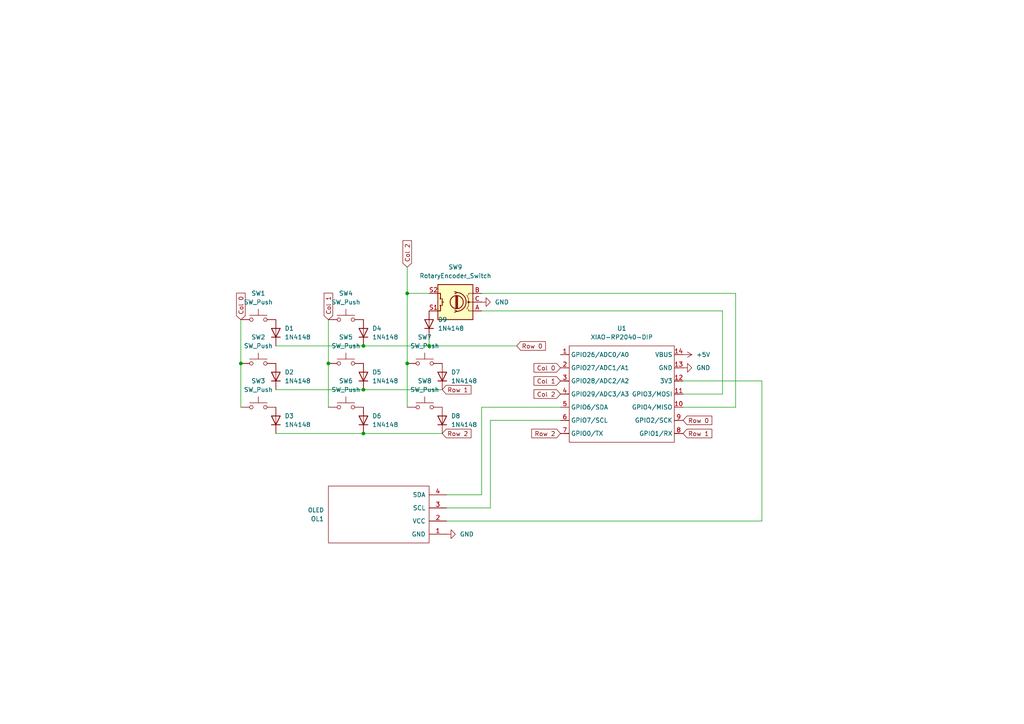
<source format=kicad_sch>
(kicad_sch (version 20250114) (generator "eeschema") (generator_version "9.0")
  (paper "A4")
  (lib_symbols
    (symbol "Device:RotaryEncoder_Switch" (pin_names (offset 0.254) (hide yes))
      (property "Reference" "SW" (at 0 6.604 0))
      (property "Value" "RotaryEncoder_Switch" (at 0 -6.604 0))
      (symbol "RotaryEncoder_Switch_0_1"
        (rectangle (start -5.08 5.08) (end 5.08 -5.08) (stroke (width 0.254)) (fill (type background)))
        (polyline (pts (xy -5.08 2.54) (xy -3.81 2.54) (xy -3.81 2.032)))
        (polyline (pts (xy -5.08 0) (xy -3.81 0) (xy -3.81 -1.016) (xy -3.302 -2.032)))
        (polyline (pts (xy -5.08 -2.54) (xy -3.81 -2.54) (xy -3.81 -2.032)))
        (polyline (pts (xy -4.318 0) (xy -3.81 0) (xy -3.81 1.016) (xy -3.302 2.032)))
        (circle (center -3.81 0) (radius 0.254) (fill (type outline)))
        (polyline (pts (xy -0.635 -1.778) (xy -0.635 1.778)) (stroke (width 0.254)))
        (circle (center -0.381 0) (radius 1.905) (stroke (width 0.254)))
        (polyline (pts (xy -0.381 -1.778) (xy -0.381 1.778)) (stroke (width 0.254)))
        (arc (start -0.381 -2.794) (mid -3.0988 -0.0635) (end -0.381 2.667) (stroke (width 0.254)))
        (polyline (pts (xy -0.127 1.778) (xy -0.127 -1.778)) (stroke (width 0.254)))
        (polyline (pts (xy 0.254 2.921) (xy -0.508 2.667) (xy 0.127 2.286)) (stroke (width 0.254)))
        (polyline (pts (xy 0.254 -3.048) (xy -0.508 -2.794) (xy 0.127 -2.413)) (stroke (width 0.254)))
        (polyline (pts (xy 3.81 1.016) (xy 3.81 -1.016)) (stroke (width 0.254)))
        (polyline (pts (xy 3.81 0) (xy 3.429 0)) (stroke (width 0.254)))
        (circle (center 4.318 1.016) (radius 0.127) (stroke (width 0.254)))
        (circle (center 4.318 -1.016) (radius 0.127) (stroke (width 0.254)))
        (polyline (pts (xy 5.08 2.54) (xy 4.318 2.54) (xy 4.318 1.016)) (stroke (width 0.254)))
        (polyline (pts (xy 5.08 -2.54) (xy 4.318 -2.54) (xy 4.318 -1.016)) (stroke (width 0.254)))
      )
      (symbol "RotaryEncoder_Switch_1_1"
        (pin passive line (at -7.62 2.54 0) (length 2.54) (name "A") (number "A"))
        (pin passive line (at -7.62 0 0) (length 2.54) (name "C") (number "C"))
        (pin passive line (at -7.62 -2.54 0) (length 2.54) (name "B") (number "B"))
        (pin passive line (at 7.62 2.54 180) (length 2.54) (name "S1") (number "S1"))
        (pin passive line (at 7.62 -2.54 180) (length 2.54) (name "S2") (number "S2"))
      )
    )
    (symbol "Diode:1N4148" (pin_numbers (hide yes)) (pin_names (hide yes))
      (property "Reference" "D" (at 0 2.54 0))
      (property "Value" "1N4148" (at 0 -2.54 0))
      (symbol "1N4148_0_1"
        (polyline (pts (xy -1.27 1.27) (xy -1.27 -1.27)) (stroke (width 0.254)))
        (polyline (pts (xy 1.27 1.27) (xy 1.27 -1.27) (xy -1.27 0) (xy 1.27 1.27)) (stroke (width 0.254)))
        (polyline (pts (xy 1.27 0) (xy -1.27 0)))
      )
      (symbol "1N4148_1_1"
        (pin passive line (at -3.81 0 0) (length 2.54) (name "K") (number "1"))
        (pin passive line (at 3.81 0 180) (length 2.54) (name "A") (number "2"))
      )
    )
    (symbol "Display:OLED" (pin_names (offset 1.016))
      (property "Reference" "OL" (at 0 2.54 0))
      (property "Value" "OLED" (at 0 -1.27 0))
      (symbol "OLED_0_1"
        (rectangle (start -13.97 8.89) (end 15.24 -7.62))
      )
      (symbol "OLED_1_1"
        (pin bidirectional line (at -19.05 6.35 0) (length 5.08) (name "GND") (number "1"))
        (pin bidirectional line (at -19.05 2.54 0) (length 5.08) (name "VCC") (number "2"))
        (pin power_in line (at -19.05 -1.27 0) (length 5.08) (name "SCL") (number "3"))
        (pin power_in line (at -19.05 -5.08 0) (length 5.08) (name "SDA") (number "4"))
      )
    )
    (symbol "OPL:XIAO-RP2040-DIP"
      (property "Reference" "U" (at 0 0 0))
      (property "Value" "XIAO-RP2040-DIP" (at 5.334 -1.778 0))
      (symbol "XIAO-RP2040-DIP_1_0"
        (polyline (pts (xy -1.27 -2.54) (xy 29.21 -2.54)) (stroke (width 0.1524)))
        (polyline (pts (xy -1.27 -5.08) (xy -2.54 -5.08)) (stroke (width 0.1524)))
        (polyline (pts (xy -1.27 -5.08) (xy -1.27 -2.54)) (stroke (width 0.1524)))
        (polyline (pts (xy -1.27 -8.89) (xy -2.54 -8.89)) (stroke (width 0.1524)))
        (polyline (pts (xy -1.27 -8.89) (xy -1.27 -5.08)) (stroke (width 0.1524)))
        (polyline (pts (xy -1.27 -12.7) (xy -2.54 -12.7)) (stroke (width 0.1524)))
        (polyline (pts (xy -1.27 -12.7) (xy -1.27 -8.89)) (stroke (width 0.1524)))
        (polyline (pts (xy -1.27 -16.51) (xy -2.54 -16.51)) (stroke (width 0.1524)))
        (polyline (pts (xy -1.27 -16.51) (xy -1.27 -12.7)) (stroke (width 0.1524)))
        (polyline (pts (xy -1.27 -20.32) (xy -2.54 -20.32)) (stroke (width 0.1524)))
        (polyline (pts (xy -1.27 -24.13) (xy -2.54 -24.13)) (stroke (width 0.1524)))
        (polyline (pts (xy -1.27 -27.94) (xy -2.54 -27.94)) (stroke (width 0.1524)))
        (polyline (pts (xy -1.27 -30.48) (xy -1.27 -16.51)) (stroke (width 0.1524)))
        (polyline (pts (xy 29.21 -2.54) (xy 29.21 -5.08)) (stroke (width 0.1524)))
        (polyline (pts (xy 29.21 -5.08) (xy 29.21 -8.89)) (stroke (width 0.1524)))
        (polyline (pts (xy 29.21 -8.89) (xy 29.21 -12.7)) (stroke (width 0.1524)))
        (polyline (pts (xy 29.21 -12.7) (xy 29.21 -30.48)) (stroke (width 0.1524)))
        (polyline (pts (xy 29.21 -30.48) (xy -1.27 -30.48)) (stroke (width 0.1524)))
        (polyline (pts (xy 30.48 -5.08) (xy 29.21 -5.08)) (stroke (width 0.1524)))
        (polyline (pts (xy 30.48 -8.89) (xy 29.21 -8.89)) (stroke (width 0.1524)))
        (polyline (pts (xy 30.48 -12.7) (xy 29.21 -12.7)) (stroke (width 0.1524)))
        (polyline (pts (xy 30.48 -16.51) (xy 29.21 -16.51)) (stroke (width 0.1524)))
        (polyline (pts (xy 30.48 -20.32) (xy 29.21 -20.32)) (stroke (width 0.1524)))
        (polyline (pts (xy 30.48 -24.13) (xy 29.21 -24.13)) (stroke (width 0.1524)))
        (polyline (pts (xy 30.48 -27.94) (xy 29.21 -27.94)) (stroke (width 0.1524)))
        (pin passive line (at -3.81 -5.08 0) (length 2.54) (name "GPIO26/ADC0/A0") (number "1"))
        (pin passive line (at -3.81 -8.89 0) (length 2.54) (name "GPIO27/ADC1/A1") (number "2"))
        (pin passive line (at -3.81 -12.7 0) (length 2.54) (name "GPIO28/ADC2/A2") (number "3"))
        (pin passive line (at -3.81 -16.51 0) (length 2.54) (name "GPIO29/ADC3/A3") (number "4"))
        (pin passive line (at -3.81 -20.32 0) (length 2.54) (name "GPIO6/SDA") (number "5"))
        (pin passive line (at -3.81 -24.13 0) (length 2.54) (name "GPIO7/SCL") (number "6"))
        (pin passive line (at -3.81 -27.94 0) (length 2.54) (name "GPIO0/TX") (number "7"))
        (pin passive line (at 31.75 -5.08 180) (length 2.54) (name "VBUS") (number "14"))
        (pin passive line (at 31.75 -8.89 180) (length 2.54) (name "GND") (number "13"))
        (pin passive line (at 31.75 -12.7 180) (length 2.54) (name "3V3") (number "12"))
        (pin passive line (at 31.75 -16.51 180) (length 2.54) (name "GPIO3/MOSI") (number "11"))
        (pin passive line (at 31.75 -20.32 180) (length 2.54) (name "GPIO4/MISO") (number "10"))
        (pin passive line (at 31.75 -24.13 180) (length 2.54) (name "GPIO2/SCK") (number "9"))
        (pin passive line (at 31.75 -27.94 180) (length 2.54) (name "GPIO1/RX") (number "8"))
      )
    )
    (symbol "Switch:SW_Push" (pin_numbers (hide yes)) (pin_names (offset 1.016) (hide yes))
      (property "Reference" "SW" (at 1.27 2.54 0))
      (property "Value" "SW_Push" (at 0 -1.524 0))
      (symbol "SW_Push_0_1"
        (circle (center -2.032 0) (radius 0.508))
        (polyline (pts (xy 0 1.27) (xy 0 3.048)))
        (circle (center 2.032 0) (radius 0.508))
        (polyline (pts (xy 2.54 1.27) (xy -2.54 1.27)))
        (pin passive line (at -5.08 0 0) (length 2.54) (name "1") (number "1"))
        (pin passive line (at 5.08 0 180) (length 2.54) (name "2") (number "2"))
      )
    )
    (symbol "power:+5V" (power) (pin_numbers (hide yes)) (pin_names (offset 0) (hide yes))
      (property "Value" "+5V" (at 0 3.556 0))
      (symbol "+5V_0_1"
        (polyline (pts (xy -0.762 1.27) (xy 0 2.54)))
        (polyline (pts (xy 0 2.54) (xy 0.762 1.27)))
        (polyline (pts (xy 0 0) (xy 0 2.54)))
      )
      (symbol "+5V_1_1"
        (pin power_in line (at 0 0 90) (length 0) (name "~") (number "1"))
      )
    )
    (symbol "power:GND" (power) (pin_numbers (hide yes)) (pin_names (offset 0) (hide yes))
      (property "Value" "GND" (at 0 -3.81 0))
      (symbol "GND_0_1"
        (polyline (pts (xy 0 0) (xy 0 -1.27) (xy 1.27 -1.27) (xy 0 -2.54) (xy -1.27 -1.27) (xy 0 -1.27)))
      )
      (symbol "GND_1_1"
        (pin power_in line (at 0 0 270) (length 0) (name "~") (number "1"))
      )
    )
  )
  (junction (at 105.41 100.33))
  (junction (at 105.41 113.03))
  (junction (at 95.25 105.41))
  (junction (at 69.85 105.41))
  (junction (at 105.41 125.73))
  (junction (at 118.11 105.41))
  (junction (at 124.46 100.33))
  (junction (at 118.11 85.09))
  (wire (pts (xy 220.98 151.13) (xy 220.98 110.49)))
  (wire (pts (xy 118.11 85.09) (xy 124.46 85.09)))
  (wire (pts (xy 105.41 100.33) (xy 124.46 100.33)))
  (wire (pts (xy 118.11 77.47) (xy 118.11 85.09)))
  (wire (pts (xy 124.46 100.33) (xy 149.86 100.33)))
  (wire (pts (xy 95.25 105.41) (xy 95.25 118.11)))
  (wire (pts (xy 129.54 151.13) (xy 220.98 151.13)))
  (wire (pts (xy 80.01 125.73) (xy 105.41 125.73)))
  (wire (pts (xy 69.85 92.71) (xy 69.85 105.41)))
  (wire (pts (xy 105.41 125.73) (xy 128.27 125.73)))
  (wire (pts (xy 80.01 100.33) (xy 105.41 100.33)))
  (wire (pts (xy 69.85 105.41) (xy 69.85 118.11)))
  (wire (pts (xy 162.56 121.92) (xy 142.24 121.92)))
  (wire (pts (xy 80.01 113.03) (xy 105.41 113.03)))
  (wire (pts (xy 139.7 143.51) (xy 129.54 143.51)))
  (wire (pts (xy 139.7 118.11) (xy 139.7 143.51)))
  (wire (pts (xy 139.7 90.17) (xy 209.55 90.17)))
  (wire (pts (xy 124.46 97.79) (xy 124.46 100.33)))
  (wire (pts (xy 142.24 147.32) (xy 129.54 147.32)))
  (wire (pts (xy 220.98 110.49) (xy 198.12 110.49)))
  (wire (pts (xy 118.11 105.41) (xy 118.11 118.11)))
  (wire (pts (xy 213.36 85.09) (xy 213.36 118.11)))
  (wire (pts (xy 209.55 90.17) (xy 209.55 114.3)))
  (wire (pts (xy 105.41 113.03) (xy 128.27 113.03)))
  (wire (pts (xy 139.7 85.09) (xy 213.36 85.09)))
  (wire (pts (xy 95.25 92.71) (xy 95.25 105.41)))
  (wire (pts (xy 209.55 114.3) (xy 198.12 114.3)))
  (wire (pts (xy 118.11 85.09) (xy 118.11 105.41)))
  (wire (pts (xy 142.24 121.92) (xy 142.24 147.32)))
  (wire (pts (xy 162.56 118.11) (xy 139.7 118.11)))
  (wire (pts (xy 213.36 118.11) (xy 198.12 118.11)))
  (global_label "Col 2" (shape input) (at 118.11 77.47 90) (property "Intersheetrefs" "${INTERSHEET_REFS}" (effects (hide yes))))
  (global_label "Row 2" (shape input) (at 162.56 125.73 180) (property "Intersheetrefs" "${INTERSHEET_REFS}" (effects (hide yes))))
  (global_label "Col 1" (shape input) (at 95.25 92.71 90) (property "Intersheetrefs" "${INTERSHEET_REFS}" (effects (hide yes))))
  (global_label "Row 0" (shape input) (at 198.12 121.92 0) (property "Intersheetrefs" "${INTERSHEET_REFS}" (effects (hide yes))))
  (global_label "Col 2" (shape input) (at 162.56 114.3 180) (property "Intersheetrefs" "${INTERSHEET_REFS}" (effects (hide yes))))
  (global_label "Row 0" (shape input) (at 149.86 100.33 0) (property "Intersheetrefs" "${INTERSHEET_REFS}" (effects (hide yes))))
  (global_label "Col 0" (shape input) (at 162.56 106.68 180) (property "Intersheetrefs" "${INTERSHEET_REFS}" (effects (hide yes))))
  (global_label "Col 1" (shape input) (at 162.56 110.49 180) (property "Intersheetrefs" "${INTERSHEET_REFS}" (effects (hide yes))))
  (global_label "Row 1" (shape input) (at 128.27 113.03 0) (property "Intersheetrefs" "${INTERSHEET_REFS}" (effects (hide yes))))
  (global_label "Row 1" (shape input) (at 198.12 125.73 0) (property "Intersheetrefs" "${INTERSHEET_REFS}" (effects (hide yes))))
  (global_label "Row 2" (shape input) (at 128.27 125.73 0) (property "Intersheetrefs" "${INTERSHEET_REFS}" (effects (hide yes))))
  (global_label "Col 0" (shape input) (at 69.85 92.71 90) (property "Intersheetrefs" "${INTERSHEET_REFS}" (effects (hide yes))))
  (symbol (lib_id "Diode:1N4148") (at 80.01 109.22 90) (unit 1)
    (property "Reference" "D2" (at 82.55 107.9499 90) (effects (justify right)))
    (property "Value" "1N4148" (at 82.55 110.4899 90) (effects (justify right)))
    (property "Footprint" "Diode_THT:D_DO-35_SOD27_P7.62mm_Horizontal" (effects (hide yes)))
    (property "Datasheet" "https://assets.nexperia.com/documents/data-sheet/1N4148_1N4448.pdf" (effects (hide yes)))
    (property "Description" "100V 0.15A standard switching diode, DO-35" (effects (hide yes)))
    (property "Sim.Device" "D" (effects (hide yes)))
    (property "Sim.Pins" "1=K 2=A" (effects (hide yes)))
  )
  (symbol (lib_id "Diode:1N4148") (at 80.01 121.92 90) (unit 1)
    (property "Reference" "D3" (at 82.55 120.6499 90) (effects (justify right)))
    (property "Value" "1N4148" (at 82.55 123.1899 90) (effects (justify right)))
    (property "Footprint" "Diode_THT:D_DO-35_SOD27_P7.62mm_Horizontal" (effects (hide yes)))
    (property "Datasheet" "https://assets.nexperia.com/documents/data-sheet/1N4148_1N4448.pdf" (effects (hide yes)))
    (property "Description" "100V 0.15A standard switching diode, DO-35" (effects (hide yes)))
    (property "Sim.Device" "D" (effects (hide yes)))
    (property "Sim.Pins" "1=K 2=A" (effects (hide yes)))
  )
  (symbol (lib_id "Diode:1N4148") (at 128.27 121.92 90) (unit 1)
    (property "Reference" "D8" (at 130.81 120.6499 90) (effects (justify right)))
    (property "Value" "1N4148" (at 130.81 123.1899 90) (effects (justify right)))
    (property "Footprint" "Diode_THT:D_DO-35_SOD27_P7.62mm_Horizontal" (effects (hide yes)))
    (property "Datasheet" "https://assets.nexperia.com/documents/data-sheet/1N4148_1N4448.pdf" (effects (hide yes)))
    (property "Description" "100V 0.15A standard switching diode, DO-35" (effects (hide yes)))
    (property "Sim.Device" "D" (effects (hide yes)))
    (property "Sim.Pins" "1=K 2=A" (effects (hide yes)))
  )
  (symbol (lib_id "power:GND") (at 198.12 106.68 90) (unit 1)
    (property "Reference" "#PWR04" (effects (hide yes)))
    (property "Value" "GND" (at 201.93 106.6799 90) (effects (justify right)))
    (property "Description" "Power symbol creates a global label with name \"GND\" , ground" (effects (hide yes)))
  )
  (symbol (lib_id "Device:RotaryEncoder_Switch") (at 132.08 87.63 180) (unit 1)
    (property "Reference" "SW9" (at 132.08 77.47 0))
    (property "Value" "RotaryEncoder_Switch" (at 132.08 80.01 0))
    (property "Footprint" "Rotary_Encoder:RotaryEncoder_Alps_EC11E-Switch_Vertical_H20mm" (effects (hide yes)))
    (property "Description" "Rotary encoder, dual channel, incremental quadrate outputs, with switch" (effects (hide yes)))
  )
  (symbol (lib_id "Diode:1N4148") (at 128.27 109.22 90) (unit 1)
    (property "Reference" "D7" (at 130.81 107.9499 90) (effects (justify right)))
    (property "Value" "1N4148" (at 130.81 110.4899 90) (effects (justify right)))
    (property "Footprint" "Diode_THT:D_DO-35_SOD27_P7.62mm_Horizontal" (effects (hide yes)))
    (property "Datasheet" "https://assets.nexperia.com/documents/data-sheet/1N4148_1N4448.pdf" (effects (hide yes)))
    (property "Description" "100V 0.15A standard switching diode, DO-35" (effects (hide yes)))
    (property "Sim.Device" "D" (effects (hide yes)))
    (property "Sim.Pins" "1=K 2=A" (effects (hide yes)))
  )
  (symbol (lib_id "power:GND") (at 129.54 154.94 90) (unit 1)
    (property "Reference" "#PWR01" (effects (hide yes)))
    (property "Value" "GND" (at 133.35 154.9401 90) (effects (justify right)))
    (property "Description" "Power symbol creates a global label with name \"GND\" , ground" (effects (hide yes)))
  )
  (symbol (lib_id "Diode:1N4148") (at 80.01 96.52 90) (unit 1)
    (property "Reference" "D1" (at 82.55 95.2499 90) (effects (justify right)))
    (property "Value" "1N4148" (at 82.55 97.7899 90) (effects (justify right)))
    (property "Footprint" "Diode_THT:D_DO-35_SOD27_P7.62mm_Horizontal" (effects (hide yes)))
    (property "Datasheet" "https://assets.nexperia.com/documents/data-sheet/1N4148_1N4448.pdf" (effects (hide yes)))
    (property "Description" "100V 0.15A standard switching diode, DO-35" (effects (hide yes)))
    (property "Sim.Device" "D" (effects (hide yes)))
    (property "Sim.Pins" "1=K 2=A" (effects (hide yes)))
  )
  (symbol (lib_id "Diode:1N4148") (at 105.41 121.92 90) (unit 1)
    (property "Reference" "D6" (at 107.95 120.6499 90) (effects (justify right)))
    (property "Value" "1N4148" (at 107.95 123.1899 90) (effects (justify right)))
    (property "Footprint" "Diode_THT:D_DO-35_SOD27_P7.62mm_Horizontal" (effects (hide yes)))
    (property "Datasheet" "https://assets.nexperia.com/documents/data-sheet/1N4148_1N4448.pdf" (effects (hide yes)))
    (property "Description" "100V 0.15A standard switching diode, DO-35" (effects (hide yes)))
    (property "Sim.Device" "D" (effects (hide yes)))
    (property "Sim.Pins" "1=K 2=A" (effects (hide yes)))
  )
  (symbol (lib_id "Diode:1N4148") (at 105.41 96.52 90) (unit 1)
    (property "Reference" "D4" (at 107.95 95.2499 90) (effects (justify right)))
    (property "Value" "1N4148" (at 107.95 97.7899 90) (effects (justify right)))
    (property "Footprint" "Diode_THT:D_DO-35_SOD27_P7.62mm_Horizontal" (effects (hide yes)))
    (property "Datasheet" "https://assets.nexperia.com/documents/data-sheet/1N4148_1N4448.pdf" (effects (hide yes)))
    (property "Description" "100V 0.15A standard switching diode, DO-35" (effects (hide yes)))
    (property "Sim.Device" "D" (effects (hide yes)))
    (property "Sim.Pins" "1=K 2=A" (effects (hide yes)))
  )
  (symbol (lib_id "Diode:1N4148") (at 105.41 109.22 90) (unit 1)
    (property "Reference" "D5" (at 107.95 107.9499 90) (effects (justify right)))
    (property "Value" "1N4148" (at 107.95 110.4899 90) (effects (justify right)))
    (property "Footprint" "Diode_THT:D_DO-35_SOD27_P7.62mm_Horizontal" (effects (hide yes)))
    (property "Datasheet" "https://assets.nexperia.com/documents/data-sheet/1N4148_1N4448.pdf" (effects (hide yes)))
    (property "Description" "100V 0.15A standard switching diode, DO-35" (effects (hide yes)))
    (property "Sim.Device" "D" (effects (hide yes)))
    (property "Sim.Pins" "1=K 2=A" (effects (hide yes)))
  )
  (symbol (lib_id "Display:OLED") (at 110.49 148.59 180) (unit 1)
    (property "Reference" "OL1" (at 93.98 150.495 0) (effects (font (size 1.2954 1.2954)) (justify left)))
    (property "Value" "OLED" (at 93.98 147.955 0) (effects (font (size 1.1938 1.1938)) (justify left)))
    (property "Footprint" "Display:SSD1306-0.91-OLED-4pin-128x32" (effects (hide yes)))
  )
  (symbol (lib_id "Switch:SW_Push") (at 100.33 105.41 0) (unit 1)
    (property "Reference" "SW5" (at 100.33 97.79 0))
    (property "Value" "SW_Push" (at 100.33 100.33 0))
    (property "Footprint" "Button_Switch_Keyboard:SW_Cherry_MX_1.00u_PCB" (effects (hide yes)))
    (property "Description" "Push button switch, generic, two pins" (effects (hide yes)))
  )
  (symbol (lib_id "Switch:SW_Push") (at 74.93 92.71 0) (unit 1)
    (property "Reference" "SW1" (at 74.93 85.09 0))
    (property "Value" "SW_Push" (at 74.93 87.63 0))
    (property "Footprint" "Button_Switch_Keyboard:SW_Cherry_MX_1.00u_PCB" (effects (hide yes)))
    (property "Description" "Push button switch, generic, two pins" (effects (hide yes)))
  )
  (symbol (lib_id "Diode:1N4148") (at 124.46 93.98 90) (unit 1)
    (property "Reference" "D9" (at 127 92.7099 90) (effects (justify right)))
    (property "Value" "1N4148" (at 127 95.2499 90) (effects (justify right)))
    (property "Footprint" "Diode_THT:D_DO-35_SOD27_P7.62mm_Horizontal" (effects (hide yes)))
    (property "Datasheet" "https://assets.nexperia.com/documents/data-sheet/1N4148_1N4448.pdf" (effects (hide yes)))
    (property "Description" "100V 0.15A standard switching diode, DO-35" (effects (hide yes)))
    (property "Sim.Device" "D" (effects (hide yes)))
    (property "Sim.Pins" "1=K 2=A" (effects (hide yes)))
  )
  (symbol (lib_id "OPL:XIAO-RP2040-DIP") (at 166.37 97.79 0) (unit 1)
    (property "Reference" "U1" (at 180.34 95.25 0))
    (property "Value" "XIAO-RP2040-DIP" (at 180.34 97.79 0))
    (property "Footprint" "OPL:XIAO-RP2040-DIP" (effects (hide yes)))
  )
  (symbol (lib_id "Switch:SW_Push") (at 74.93 105.41 0) (unit 1)
    (property "Reference" "SW2" (at 74.93 97.79 0))
    (property "Value" "SW_Push" (at 74.93 100.33 0))
    (property "Footprint" "Button_Switch_Keyboard:SW_Cherry_MX_1.00u_PCB" (effects (hide yes)))
    (property "Description" "Push button switch, generic, two pins" (effects (hide yes)))
  )
  (symbol (lib_id "Switch:SW_Push") (at 123.19 105.41 0) (unit 1)
    (property "Reference" "SW7" (at 123.19 97.79 0))
    (property "Value" "SW_Push" (at 123.19 100.33 0))
    (property "Footprint" "Button_Switch_Keyboard:SW_Cherry_MX_1.00u_PCB" (effects (hide yes)))
    (property "Description" "Push button switch, generic, two pins" (effects (hide yes)))
  )
  (symbol (lib_id "power:GND") (at 139.7 87.63 90) (unit 1)
    (property "Reference" "#PWR03" (effects (hide yes)))
    (property "Value" "GND" (at 143.51 87.6299 90) (effects (justify right)))
    (property "Description" "Power symbol creates a global label with name \"GND\" , ground" (effects (hide yes)))
  )
  (symbol (lib_id "Switch:SW_Push") (at 100.33 92.71 0) (unit 1)
    (property "Reference" "SW4" (at 100.33 85.09 0))
    (property "Value" "SW_Push" (at 100.33 87.63 0))
    (property "Footprint" "Button_Switch_Keyboard:SW_Cherry_MX_1.00u_PCB" (effects (hide yes)))
    (property "Description" "Push button switch, generic, two pins" (effects (hide yes)))
  )
  (symbol (lib_id "Switch:SW_Push") (at 123.19 118.11 0) (unit 1)
    (property "Reference" "SW8" (at 123.19 110.49 0))
    (property "Value" "SW_Push" (at 123.19 113.03 0))
    (property "Footprint" "Button_Switch_Keyboard:SW_Cherry_MX_1.00u_PCB" (effects (hide yes)))
    (property "Description" "Push button switch, generic, two pins" (effects (hide yes)))
  )
  (symbol (lib_id "Switch:SW_Push") (at 74.93 118.11 0) (unit 1)
    (property "Reference" "SW3" (at 74.93 110.49 0))
    (property "Value" "SW_Push" (at 74.93 113.03 0))
    (property "Footprint" "Button_Switch_Keyboard:SW_Cherry_MX_1.00u_PCB" (effects (hide yes)))
    (property "Description" "Push button switch, generic, two pins" (effects (hide yes)))
  )
  (symbol (lib_id "Switch:SW_Push") (at 100.33 118.11 0) (unit 1)
    (property "Reference" "SW6" (at 100.33 110.49 0))
    (property "Value" "SW_Push" (at 100.33 113.03 0))
    (property "Footprint" "Button_Switch_Keyboard:SW_Cherry_MX_1.00u_PCB" (effects (hide yes)))
    (property "Description" "Push button switch, generic, two pins" (effects (hide yes)))
  )
  (symbol (lib_id "power:+5V") (at 198.12 102.87 270) (unit 1)
    (property "Reference" "#PWR05" (effects (hide yes)))
    (property "Value" "+5V" (at 201.93 102.8699 90) (effects (justify left)))
    (property "Description" "Power symbol creates a global label with name \"+5V\"" (effects (hide yes)))
  )
)
</source>
